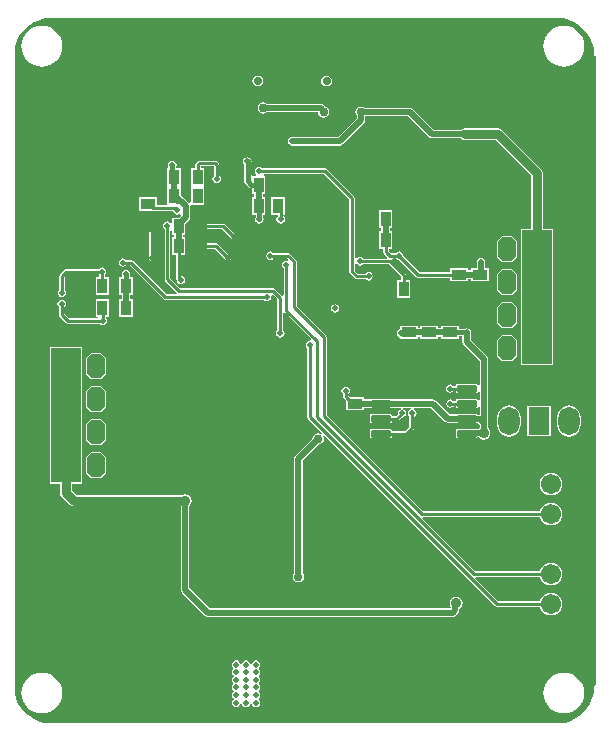
<source format=gbl>
G04*
G04 #@! TF.GenerationSoftware,Altium Limited,Altium Designer,19.0.15 (446)*
G04*
G04 Layer_Physical_Order=4*
G04 Layer_Color=16711680*
%FSLAX23Y23*%
%MOIN*%
G70*
G01*
G75*
%ADD17C,0.010*%
%ADD18C,0.020*%
%ADD28R,0.037X0.051*%
%ADD30R,0.051X0.037*%
%ADD95C,0.015*%
%ADD96C,0.030*%
%ADD97O,0.039X0.079*%
%ADD98C,0.028*%
%ADD99C,0.067*%
%ADD100O,0.071X0.094*%
%ADD101R,0.071X0.094*%
G04:AMPARAMS|DCode=102|XSize=80mil|YSize=60mil|CornerRadius=0mil|HoleSize=0mil|Usage=FLASHONLY|Rotation=90.000|XOffset=0mil|YOffset=0mil|HoleType=Round|Shape=Octagon|*
%AMOCTAGOND102*
4,1,8,0.015,0.040,-0.015,0.040,-0.030,0.025,-0.030,-0.025,-0.015,-0.040,0.015,-0.040,0.030,-0.025,0.030,0.025,0.015,0.040,0.0*
%
%ADD102OCTAGOND102*%

%ADD103C,0.020*%
%ADD104C,0.030*%
%ADD105C,0.035*%
G04:AMPARAMS|DCode=106|XSize=67mil|YSize=24mil|CornerRadius=3mil|HoleSize=0mil|Usage=FLASHONLY|Rotation=0.000|XOffset=0mil|YOffset=0mil|HoleType=Round|Shape=RoundedRectangle|*
%AMROUNDEDRECTD106*
21,1,0.067,0.018,0,0,0.0*
21,1,0.061,0.024,0,0,0.0*
1,1,0.006,0.030,-0.009*
1,1,0.006,-0.030,-0.009*
1,1,0.006,-0.030,0.009*
1,1,0.006,0.030,0.009*
%
%ADD106ROUNDEDRECTD106*%
G36*
X100Y2321D02*
X1790Y2321D01*
X1790Y2321D01*
X1795Y2320D01*
X1809Y2319D01*
X1827Y2315D01*
X1845Y2308D01*
X1861Y2298D01*
X1875Y2285D01*
X1888Y2271D01*
X1898Y2255D01*
X1905Y2237D01*
X1909Y2219D01*
X1910Y2205D01*
X1911Y2200D01*
X1912Y2196D01*
X1912Y2196D01*
X1914Y2194D01*
X1916Y2192D01*
X1916Y98D01*
X1914Y96D01*
X1912Y94D01*
X1912Y94D01*
X1911Y90D01*
X1910Y85D01*
X1909Y71D01*
X1905Y53D01*
X1898Y35D01*
X1888Y19D01*
X1875Y5D01*
X1861Y-8D01*
X1845Y-18D01*
X1827Y-25D01*
X1809Y-29D01*
X1790Y-31D01*
X1790Y-31D01*
X100D01*
X100Y-31D01*
X95Y-30D01*
X81Y-29D01*
X63Y-25D01*
X45Y-18D01*
X29Y-8D01*
X15Y5D01*
X2Y19D01*
X-8Y35D01*
X-15Y53D01*
X-19Y71D01*
X-20Y85D01*
X-21Y90D01*
X-21Y95D01*
X-21Y2200D01*
X-21Y2200D01*
X-20Y2205D01*
X-19Y2219D01*
X-15Y2237D01*
X-8Y2255D01*
X2Y2271D01*
X15Y2285D01*
X29Y2298D01*
X45Y2308D01*
X63Y2315D01*
X81Y2319D01*
X100Y2321D01*
X100Y2321D01*
D02*
G37*
%LPC*%
G36*
X1810Y2295D02*
X1797Y2293D01*
X1784Y2289D01*
X1772Y2283D01*
X1762Y2275D01*
X1753Y2264D01*
X1747Y2252D01*
X1743Y2240D01*
X1742Y2226D01*
X1743Y2213D01*
X1747Y2200D01*
X1753Y2188D01*
X1762Y2178D01*
X1772Y2169D01*
X1784Y2163D01*
X1797Y2159D01*
X1810Y2158D01*
X1823Y2159D01*
X1836Y2163D01*
X1848Y2169D01*
X1858Y2178D01*
X1867Y2188D01*
X1873Y2200D01*
X1877Y2213D01*
X1878Y2226D01*
X1877Y2240D01*
X1873Y2252D01*
X1867Y2264D01*
X1858Y2275D01*
X1848Y2283D01*
X1836Y2289D01*
X1823Y2293D01*
X1810Y2295D01*
D02*
G37*
G36*
X70D02*
X57Y2293D01*
X44Y2289D01*
X32Y2283D01*
X22Y2275D01*
X13Y2264D01*
X7Y2252D01*
X3Y2240D01*
X2Y2226D01*
X3Y2213D01*
X7Y2200D01*
X13Y2188D01*
X22Y2178D01*
X32Y2169D01*
X44Y2163D01*
X57Y2159D01*
X70Y2158D01*
X83Y2159D01*
X96Y2163D01*
X108Y2169D01*
X118Y2178D01*
X127Y2188D01*
X133Y2200D01*
X137Y2213D01*
X138Y2226D01*
X137Y2240D01*
X133Y2252D01*
X127Y2264D01*
X118Y2275D01*
X108Y2283D01*
X96Y2289D01*
X83Y2293D01*
X70Y2295D01*
D02*
G37*
G36*
X1019Y2128D02*
X1012Y2127D01*
X1006Y2123D01*
X1002Y2117D01*
X1001Y2110D01*
X1002Y2103D01*
X1006Y2097D01*
X1012Y2093D01*
X1019Y2092D01*
X1026Y2093D01*
X1032Y2097D01*
X1036Y2103D01*
X1037Y2110D01*
X1036Y2117D01*
X1032Y2123D01*
X1026Y2127D01*
X1019Y2128D01*
D02*
G37*
G36*
X790Y2128D02*
X783Y2127D01*
X777Y2123D01*
X773Y2117D01*
X772Y2110D01*
X773Y2103D01*
X777Y2097D01*
X783Y2093D01*
X790Y2092D01*
X797Y2093D01*
X803Y2097D01*
X807Y2103D01*
X808Y2110D01*
X807Y2117D01*
X803Y2123D01*
X797Y2127D01*
X790Y2128D01*
D02*
G37*
G36*
X808Y2039D02*
X801Y2038D01*
X794Y2034D01*
X790Y2027D01*
X789Y2020D01*
X790Y2013D01*
X794Y2006D01*
X801Y2002D01*
X808Y2001D01*
X815Y2002D01*
X821Y2006D01*
X990D01*
X991Y2000D01*
X995Y1993D01*
X1002Y1989D01*
X1009Y1988D01*
X1016Y1989D01*
X1023Y1993D01*
X1027Y2000D01*
X1028Y2007D01*
X1027Y2014D01*
X1023Y2021D01*
X1016Y2025D01*
X1014Y2025D01*
X1009Y2030D01*
X1004Y2033D01*
X999Y2034D01*
X999Y2034D01*
X821D01*
X815Y2038D01*
X808Y2039D01*
D02*
G37*
G36*
X647Y1845D02*
X595D01*
X592Y1844D01*
X589Y1842D01*
X583Y1837D01*
X581Y1834D01*
X580Y1830D01*
Y1819D01*
X567D01*
Y1761D01*
X567Y1760D01*
Y1756D01*
X567Y1755D01*
Y1706D01*
X562Y1703D01*
X562Y1703D01*
X560Y1705D01*
X560Y1705D01*
X545Y1721D01*
X540Y1724D01*
X539Y1724D01*
X537Y1726D01*
X533Y1729D01*
Y1756D01*
X533D01*
Y1760D01*
X533D01*
Y1819D01*
X520D01*
X518Y1824D01*
X518Y1825D01*
X519Y1830D01*
X518Y1836D01*
X515Y1840D01*
X510Y1843D01*
X505Y1844D01*
X500Y1843D01*
X495Y1840D01*
X492Y1836D01*
X491Y1830D01*
X492Y1825D01*
X492Y1824D01*
X490Y1819D01*
X488D01*
Y1760D01*
X488D01*
Y1756D01*
X488D01*
Y1697D01*
X483Y1696D01*
X455D01*
Y1723D01*
X395D01*
Y1678D01*
X438D01*
X439Y1678D01*
X508D01*
X508Y1677D01*
X509Y1674D01*
X512Y1669D01*
X517Y1666D01*
X522Y1665D01*
X527Y1666D01*
X529Y1667D01*
X534Y1665D01*
X534Y1662D01*
X534Y1661D01*
X528Y1655D01*
X503D01*
Y1640D01*
X499Y1638D01*
X498Y1638D01*
X493Y1641D01*
X488Y1642D01*
X483Y1641D01*
X478Y1638D01*
X475Y1633D01*
X474Y1628D01*
X475Y1623D01*
X478Y1618D01*
X479Y1617D01*
Y1450D01*
X480Y1447D01*
X482Y1444D01*
X521Y1405D01*
X521Y1404D01*
X520Y1399D01*
X486D01*
X373Y1511D01*
X371Y1513D01*
X367Y1514D01*
X351D01*
X350Y1515D01*
X345Y1518D01*
X340Y1519D01*
X335Y1518D01*
X330Y1515D01*
X327Y1510D01*
X326Y1505D01*
X327Y1500D01*
X330Y1495D01*
X335Y1492D01*
X340Y1491D01*
X345Y1492D01*
X350Y1495D01*
X351Y1496D01*
X363D01*
X476Y1384D01*
X478Y1382D01*
X482Y1381D01*
X809D01*
X810Y1380D01*
X815Y1377D01*
X820Y1376D01*
X825Y1377D01*
X830Y1380D01*
X833Y1385D01*
X834Y1390D01*
X833Y1394D01*
X836Y1398D01*
X837Y1399D01*
X839Y1400D01*
X855Y1384D01*
Y1279D01*
X852Y1274D01*
X851Y1269D01*
X852Y1264D01*
X855Y1259D01*
X860Y1256D01*
X865Y1255D01*
X870Y1256D01*
X875Y1259D01*
X878Y1264D01*
X879Y1269D01*
X878Y1274D01*
X875Y1279D01*
X873Y1280D01*
Y1337D01*
X878Y1339D01*
X879Y1339D01*
X968Y1249D01*
X965Y1245D01*
X965Y1245D01*
X959Y1244D01*
X954Y1241D01*
X951Y1236D01*
X950Y1230D01*
X951Y1225D01*
X954Y1220D01*
X955Y1220D01*
Y990D01*
X956Y986D01*
X958Y983D01*
X1005Y936D01*
X1002Y933D01*
X998Y935D01*
X991Y936D01*
X984Y935D01*
X977Y931D01*
X973Y924D01*
X972Y918D01*
X915Y861D01*
X912Y857D01*
X911Y851D01*
X911Y851D01*
Y471D01*
X907Y465D01*
X906Y458D01*
X907Y451D01*
X911Y444D01*
X918Y440D01*
X925Y439D01*
X933Y440D01*
X939Y444D01*
X943Y451D01*
X945Y458D01*
X943Y465D01*
X939Y471D01*
Y845D01*
X992Y898D01*
X998Y899D01*
X1005Y903D01*
X1009Y910D01*
X1010Y917D01*
X1009Y924D01*
X1007Y928D01*
X1010Y931D01*
X1581Y361D01*
X1584Y359D01*
X1587Y358D01*
X1730D01*
X1730Y357D01*
X1734Y348D01*
X1740Y340D01*
X1748Y334D01*
X1757Y331D01*
X1767Y329D01*
X1777Y331D01*
X1786Y334D01*
X1794Y340D01*
X1800Y348D01*
X1804Y357D01*
X1805Y367D01*
X1804Y377D01*
X1800Y386D01*
X1794Y394D01*
X1786Y400D01*
X1777Y403D01*
X1767Y405D01*
X1757Y403D01*
X1748Y400D01*
X1740Y394D01*
X1734Y386D01*
X1730Y377D01*
X1730Y376D01*
X1591D01*
X1515Y453D01*
X1517Y458D01*
X1730D01*
X1730Y457D01*
X1734Y448D01*
X1740Y440D01*
X1748Y434D01*
X1757Y431D01*
X1767Y429D01*
X1777Y431D01*
X1786Y434D01*
X1794Y440D01*
X1800Y448D01*
X1804Y457D01*
X1805Y467D01*
X1804Y477D01*
X1800Y486D01*
X1794Y494D01*
X1786Y500D01*
X1777Y503D01*
X1767Y505D01*
X1757Y503D01*
X1748Y500D01*
X1740Y494D01*
X1734Y486D01*
X1730Y477D01*
X1730Y476D01*
X1515D01*
X1338Y653D01*
X1340Y658D01*
X1730D01*
X1730Y657D01*
X1734Y648D01*
X1740Y640D01*
X1748Y634D01*
X1757Y631D01*
X1767Y629D01*
X1777Y631D01*
X1786Y634D01*
X1794Y640D01*
X1800Y648D01*
X1804Y657D01*
X1805Y667D01*
X1804Y677D01*
X1800Y686D01*
X1794Y694D01*
X1786Y700D01*
X1777Y703D01*
X1767Y705D01*
X1757Y703D01*
X1748Y700D01*
X1740Y694D01*
X1734Y686D01*
X1730Y677D01*
X1730Y676D01*
X1340D01*
X1019Y997D01*
Y1256D01*
X1018Y1260D01*
X1016Y1262D01*
X919Y1360D01*
Y1509D01*
X918Y1513D01*
X916Y1515D01*
X897Y1534D01*
X895Y1536D01*
X891Y1537D01*
X842D01*
X842Y1538D01*
X837Y1541D01*
X832Y1542D01*
X826Y1541D01*
X822Y1538D01*
X819Y1533D01*
X818Y1528D01*
X819Y1523D01*
X822Y1518D01*
X826Y1515D01*
X832Y1514D01*
X837Y1515D01*
X842Y1518D01*
X842Y1519D01*
X887D01*
X891Y1515D01*
X888Y1511D01*
X885Y1511D01*
X880Y1510D01*
X875Y1507D01*
X872Y1502D01*
X871Y1497D01*
X872Y1492D01*
X875Y1487D01*
X876Y1486D01*
Y1396D01*
X871Y1394D01*
X870Y1394D01*
X847Y1417D01*
X845Y1419D01*
X841Y1420D01*
X531D01*
X497Y1454D01*
Y1613D01*
X497Y1613D01*
X498Y1613D01*
X503Y1611D01*
Y1596D01*
X511D01*
Y1590D01*
X503D01*
Y1531D01*
X516D01*
Y1454D01*
X517Y1451D01*
X519Y1448D01*
X519Y1446D01*
X520Y1441D01*
X523Y1436D01*
X528Y1433D01*
X533Y1432D01*
X538Y1433D01*
X543Y1436D01*
X546Y1441D01*
X547Y1446D01*
X546Y1451D01*
X543Y1456D01*
X538Y1459D01*
X535Y1460D01*
Y1531D01*
X548D01*
Y1590D01*
X540D01*
Y1596D01*
X548D01*
Y1635D01*
X560Y1647D01*
X560Y1647D01*
X563Y1651D01*
X564Y1657D01*
Y1693D01*
X566Y1696D01*
X569Y1697D01*
X612D01*
Y1755D01*
X612Y1756D01*
Y1760D01*
X612Y1761D01*
Y1819D01*
X599D01*
Y1826D01*
X599Y1827D01*
X643D01*
X643Y1826D01*
Y1795D01*
X643Y1794D01*
X639Y1789D01*
X638Y1784D01*
X639Y1779D01*
X643Y1774D01*
X647Y1771D01*
X653Y1770D01*
X658Y1771D01*
X663Y1774D01*
X666Y1779D01*
X667Y1784D01*
X666Y1789D01*
X663Y1794D01*
X662Y1795D01*
Y1830D01*
X661Y1834D01*
X659Y1836D01*
X653Y1842D01*
X650Y1844D01*
X647Y1845D01*
D02*
G37*
G36*
X880Y1725D02*
X834D01*
Y1665D01*
X856D01*
Y1660D01*
X856Y1659D01*
X852Y1654D01*
X851Y1649D01*
X852Y1644D01*
X856Y1639D01*
X860Y1636D01*
X866Y1635D01*
X871Y1636D01*
X876Y1639D01*
X879Y1644D01*
X880Y1649D01*
X879Y1654D01*
X876Y1659D01*
X875Y1660D01*
Y1665D01*
X880D01*
Y1725D01*
D02*
G37*
G36*
X674Y1635D02*
X604D01*
X601Y1634D01*
X598Y1632D01*
X596Y1629D01*
X595Y1626D01*
X596Y1622D01*
X598Y1619D01*
X601Y1617D01*
X604Y1616D01*
X670D01*
X702Y1584D01*
X705Y1582D01*
X709Y1582D01*
X712Y1582D01*
X715Y1584D01*
X717Y1587D01*
X718Y1591D01*
X717Y1594D01*
X715Y1597D01*
X680Y1632D01*
X677Y1634D01*
X674Y1635D01*
D02*
G37*
G36*
X651Y1570D02*
X604D01*
X601Y1569D01*
X598Y1567D01*
X596Y1564D01*
X595Y1561D01*
X596Y1557D01*
X598Y1554D01*
X601Y1552D01*
X604Y1551D01*
X647D01*
X684Y1515D01*
X687Y1513D01*
X691Y1512D01*
X694Y1513D01*
X697Y1515D01*
X699Y1518D01*
X700Y1521D01*
X699Y1525D01*
X697Y1528D01*
X658Y1567D01*
X655Y1569D01*
X651Y1570D01*
D02*
G37*
G36*
X425Y1631D02*
X421Y1630D01*
X419Y1628D01*
X417Y1625D01*
X416Y1622D01*
X417Y1618D01*
X419Y1615D01*
X426Y1608D01*
Y1519D01*
X427Y1515D01*
X429Y1512D01*
X432Y1510D01*
X436Y1510D01*
X439Y1510D01*
X442Y1512D01*
X444Y1515D01*
X445Y1519D01*
Y1611D01*
X444Y1615D01*
X442Y1618D01*
X431Y1628D01*
X429Y1630D01*
X425Y1631D01*
D02*
G37*
G36*
X1637Y1594D02*
X1603D01*
X1586Y1577D01*
Y1523D01*
X1603Y1506D01*
X1637D01*
X1654Y1523D01*
Y1577D01*
X1637Y1594D01*
D02*
G37*
G36*
X755Y1856D02*
X750Y1855D01*
X745Y1852D01*
X742Y1847D01*
X741Y1842D01*
X742Y1837D01*
X744Y1833D01*
Y1777D01*
X745Y1773D01*
X748Y1769D01*
X760Y1757D01*
X764Y1754D01*
X768Y1753D01*
X770D01*
Y1735D01*
X778D01*
Y1725D01*
X770D01*
Y1665D01*
X783D01*
Y1657D01*
X782Y1654D01*
X781Y1649D01*
X782Y1644D01*
X785Y1639D01*
X790Y1636D01*
X795Y1635D01*
X800Y1636D01*
X805Y1639D01*
X808Y1644D01*
X809Y1649D01*
X808Y1654D01*
X807Y1657D01*
Y1665D01*
X815D01*
Y1725D01*
X807D01*
Y1735D01*
X815D01*
Y1795D01*
X811D01*
X809Y1800D01*
X809Y1801D01*
X1011D01*
X1095Y1717D01*
Y1474D01*
X1096Y1470D01*
X1098Y1468D01*
X1113Y1453D01*
X1115Y1451D01*
X1119Y1450D01*
X1148D01*
X1149Y1449D01*
X1154Y1446D01*
X1159Y1445D01*
X1164Y1446D01*
X1169Y1449D01*
X1172Y1454D01*
X1173Y1459D01*
X1172Y1464D01*
X1169Y1469D01*
X1164Y1472D01*
X1159Y1473D01*
X1154Y1472D01*
X1149Y1469D01*
X1148Y1468D01*
X1123D01*
X1113Y1478D01*
Y1499D01*
X1114Y1500D01*
X1121Y1499D01*
X1121Y1499D01*
X1126Y1496D01*
X1131Y1495D01*
X1136Y1496D01*
X1141Y1499D01*
X1142Y1500D01*
X1226D01*
X1266Y1460D01*
Y1448D01*
X1253D01*
Y1388D01*
X1298D01*
Y1448D01*
X1285D01*
Y1463D01*
X1284Y1467D01*
X1282Y1470D01*
X1238Y1514D01*
X1240Y1519D01*
X1250D01*
X1251Y1518D01*
X1256Y1515D01*
X1261Y1514D01*
X1262Y1514D01*
X1318Y1458D01*
X1321Y1456D01*
X1325Y1455D01*
X1431D01*
Y1442D01*
X1490D01*
Y1450D01*
X1501D01*
Y1442D01*
X1560D01*
Y1487D01*
X1548D01*
Y1507D01*
X1547Y1512D01*
X1544Y1517D01*
X1539Y1520D01*
X1534Y1521D01*
X1529Y1520D01*
X1524Y1517D01*
X1521Y1512D01*
X1520Y1507D01*
Y1487D01*
X1501D01*
Y1479D01*
X1490D01*
Y1487D01*
X1431D01*
Y1474D01*
X1329D01*
X1275Y1527D01*
X1275Y1528D01*
X1274Y1533D01*
X1271Y1538D01*
X1267Y1541D01*
X1261Y1542D01*
X1256Y1541D01*
X1251Y1538D01*
X1251Y1537D01*
X1234D01*
X1227Y1544D01*
Y1550D01*
X1238D01*
Y1610D01*
X1230D01*
Y1620D01*
X1238D01*
Y1680D01*
X1193D01*
Y1620D01*
X1201D01*
Y1610D01*
X1193D01*
Y1550D01*
X1208D01*
Y1540D01*
X1209Y1537D01*
X1211Y1534D01*
X1222Y1523D01*
X1220Y1518D01*
X1142D01*
X1141Y1519D01*
X1136Y1522D01*
X1131Y1523D01*
X1126Y1522D01*
X1121Y1519D01*
X1121Y1519D01*
X1114Y1518D01*
X1113Y1519D01*
Y1721D01*
X1112Y1725D01*
X1110Y1727D01*
X1021Y1816D01*
X1019Y1818D01*
X1015Y1819D01*
X806D01*
X805Y1820D01*
X800Y1823D01*
X795Y1824D01*
X790Y1823D01*
X785Y1820D01*
X782Y1815D01*
X781Y1810D01*
X782Y1805D01*
X785Y1800D01*
X785Y1800D01*
X784Y1795D01*
X770D01*
X768Y1799D01*
Y1836D01*
X768Y1837D01*
X769Y1842D01*
X768Y1847D01*
X765Y1852D01*
X760Y1855D01*
X755Y1856D01*
D02*
G37*
G36*
X271Y1489D02*
X266Y1488D01*
X261Y1485D01*
X260Y1484D01*
X151D01*
X147Y1483D01*
X145Y1481D01*
X131Y1467D01*
X129Y1465D01*
X128Y1461D01*
Y1415D01*
X127Y1414D01*
X124Y1409D01*
X123Y1404D01*
X124Y1399D01*
X127Y1394D01*
X132Y1391D01*
X137Y1390D01*
X142Y1391D01*
X147Y1394D01*
X150Y1399D01*
X151Y1404D01*
X150Y1409D01*
X147Y1414D01*
X146Y1415D01*
Y1457D01*
X155Y1466D01*
X260D01*
X261Y1465D01*
X262Y1464D01*
Y1456D01*
X249D01*
Y1396D01*
X294D01*
Y1456D01*
X280D01*
Y1464D01*
X281Y1465D01*
X284Y1470D01*
X285Y1475D01*
X284Y1480D01*
X281Y1485D01*
X276Y1488D01*
X271Y1489D01*
D02*
G37*
G36*
X1637Y1484D02*
X1603D01*
X1586Y1467D01*
Y1413D01*
X1603Y1396D01*
X1637D01*
X1654Y1413D01*
Y1467D01*
X1637Y1484D01*
D02*
G37*
G36*
X1048Y1366D02*
X1043Y1365D01*
X1038Y1362D01*
X1035Y1357D01*
X1034Y1352D01*
X1035Y1347D01*
X1038Y1342D01*
X1043Y1339D01*
X1048Y1338D01*
X1053Y1339D01*
X1058Y1342D01*
X1061Y1347D01*
X1062Y1352D01*
X1061Y1357D01*
X1058Y1362D01*
X1053Y1365D01*
X1048Y1366D01*
D02*
G37*
G36*
X351Y1481D02*
X346Y1480D01*
X341Y1477D01*
X338Y1472D01*
X337Y1467D01*
X338Y1462D01*
X338Y1461D01*
X337Y1456D01*
X328D01*
Y1396D01*
X336D01*
Y1385D01*
X328D01*
Y1325D01*
X373D01*
Y1385D01*
X365D01*
Y1396D01*
X373D01*
Y1456D01*
X366D01*
X364Y1461D01*
X364Y1462D01*
X365Y1467D01*
X364Y1472D01*
X361Y1477D01*
X356Y1480D01*
X351Y1481D01*
D02*
G37*
G36*
X294Y1385D02*
X249D01*
Y1325D01*
X256D01*
X257Y1324D01*
X259Y1320D01*
X258Y1319D01*
X160D01*
X145Y1334D01*
Y1356D01*
X146Y1357D01*
X149Y1362D01*
X150Y1367D01*
X149Y1372D01*
X146Y1377D01*
X141Y1380D01*
X136Y1381D01*
X131Y1380D01*
X126Y1377D01*
X123Y1372D01*
X122Y1367D01*
X123Y1362D01*
X126Y1357D01*
X127Y1356D01*
Y1330D01*
X128Y1326D01*
X130Y1324D01*
X150Y1304D01*
X152Y1302D01*
X156Y1301D01*
X263D01*
X268Y1298D01*
X273Y1297D01*
X278Y1298D01*
X283Y1301D01*
X286Y1306D01*
X287Y1311D01*
X286Y1316D01*
X284Y1320D01*
X284Y1323D01*
X286Y1325D01*
X294D01*
Y1385D01*
D02*
G37*
G36*
X1459Y1294D02*
X1399D01*
Y1286D01*
X1389D01*
Y1294D01*
X1329D01*
Y1286D01*
X1324D01*
Y1294D01*
X1264D01*
Y1283D01*
X1262Y1282D01*
X1257Y1279D01*
X1254Y1274D01*
X1253Y1269D01*
X1254Y1264D01*
X1257Y1259D01*
X1262Y1256D01*
X1264Y1255D01*
Y1249D01*
X1324D01*
Y1257D01*
X1329D01*
Y1249D01*
X1389D01*
Y1257D01*
X1399D01*
Y1249D01*
X1459D01*
Y1260D01*
X1472D01*
Y1239D01*
X1472Y1239D01*
X1473Y1234D01*
X1476Y1229D01*
X1529Y1176D01*
Y1096D01*
X1524Y1095D01*
X1523Y1097D01*
X1522Y1099D01*
X1520Y1101D01*
X1517Y1101D01*
X1456D01*
X1454Y1101D01*
X1451Y1099D01*
X1450Y1097D01*
X1449Y1094D01*
X1442D01*
X1441Y1095D01*
X1436Y1098D01*
X1431Y1099D01*
X1426Y1098D01*
X1421Y1095D01*
X1418Y1090D01*
X1417Y1085D01*
X1418Y1080D01*
X1421Y1075D01*
X1426Y1072D01*
X1431Y1071D01*
X1436Y1072D01*
X1441Y1075D01*
X1442Y1076D01*
X1449D01*
X1450Y1073D01*
X1451Y1071D01*
X1454Y1069D01*
X1456Y1069D01*
X1517D01*
X1520Y1069D01*
X1522Y1071D01*
X1523Y1073D01*
X1524Y1075D01*
X1529Y1074D01*
Y1046D01*
X1524Y1045D01*
X1523Y1047D01*
X1522Y1049D01*
X1520Y1051D01*
X1517Y1051D01*
X1456D01*
X1454Y1051D01*
X1451Y1049D01*
X1450Y1047D01*
X1449Y1044D01*
X1443D01*
X1442Y1045D01*
X1437Y1048D01*
X1432Y1049D01*
X1427Y1048D01*
X1422Y1045D01*
X1419Y1040D01*
X1418Y1035D01*
X1419Y1030D01*
X1422Y1025D01*
X1427Y1022D01*
X1432Y1021D01*
X1437Y1022D01*
X1442Y1025D01*
X1443Y1026D01*
X1449D01*
X1450Y1023D01*
X1451Y1021D01*
X1454Y1019D01*
X1456Y1019D01*
X1517D01*
X1520Y1019D01*
X1522Y1021D01*
X1523Y1023D01*
X1524Y1025D01*
X1529Y1024D01*
Y997D01*
X1523D01*
X1522Y999D01*
X1520Y1001D01*
X1517Y1001D01*
X1456D01*
X1454Y1001D01*
X1452Y999D01*
X1429D01*
X1383Y1045D01*
X1378Y1048D01*
X1373Y1049D01*
X1373Y1049D01*
X1235D01*
X1233Y1051D01*
X1230Y1051D01*
X1170D01*
X1167Y1051D01*
X1165Y1049D01*
X1165Y1049D01*
X1143D01*
Y1057D01*
X1097D01*
X1092Y1062D01*
X1092Y1067D01*
X1093Y1067D01*
X1096Y1072D01*
X1097Y1077D01*
X1096Y1082D01*
X1093Y1087D01*
X1088Y1090D01*
X1083Y1091D01*
X1077Y1090D01*
X1073Y1087D01*
X1069Y1082D01*
X1068Y1077D01*
X1069Y1072D01*
X1073Y1067D01*
X1073Y1066D01*
Y1058D01*
X1074Y1055D01*
X1076Y1052D01*
X1084Y1044D01*
Y1012D01*
X1143D01*
Y1020D01*
X1165D01*
X1167Y1019D01*
X1170Y1019D01*
X1230D01*
X1233Y1019D01*
X1235Y1021D01*
X1267D01*
X1267Y1016D01*
X1265Y1015D01*
X1260Y1012D01*
X1257Y1007D01*
X1256Y1002D01*
X1256Y1001D01*
X1249Y994D01*
X1237D01*
X1237Y997D01*
X1235Y999D01*
X1233Y1001D01*
X1230Y1001D01*
X1170D01*
X1167Y1001D01*
X1165Y999D01*
X1163Y997D01*
X1163Y994D01*
Y976D01*
X1163Y973D01*
X1165Y971D01*
X1167Y969D01*
X1170Y969D01*
X1230D01*
X1233Y969D01*
X1235Y971D01*
X1237Y973D01*
X1237Y976D01*
X1253D01*
X1257Y977D01*
X1259Y979D01*
X1269Y988D01*
X1270Y988D01*
X1275Y989D01*
X1280Y992D01*
X1283Y997D01*
X1284Y1002D01*
X1283Y1007D01*
X1280Y1012D01*
X1275Y1015D01*
X1273Y1016D01*
X1273Y1021D01*
X1298D01*
X1299Y1019D01*
X1299Y1016D01*
X1295Y1013D01*
X1292Y1008D01*
X1291Y1003D01*
X1292Y998D01*
X1294Y994D01*
Y958D01*
X1280Y944D01*
X1237D01*
X1237Y947D01*
X1235Y949D01*
X1233Y951D01*
X1230Y951D01*
X1170D01*
X1167Y951D01*
X1165Y949D01*
X1163Y947D01*
X1163Y944D01*
Y926D01*
X1163Y923D01*
X1165Y921D01*
X1167Y919D01*
X1170Y919D01*
X1230D01*
X1233Y919D01*
X1235Y921D01*
X1237Y923D01*
X1237Y926D01*
X1284D01*
X1288Y927D01*
X1290Y929D01*
X1310Y948D01*
X1312Y951D01*
X1312Y954D01*
Y991D01*
X1315Y993D01*
X1318Y998D01*
X1319Y1003D01*
X1318Y1008D01*
X1315Y1013D01*
X1311Y1016D01*
X1311Y1019D01*
X1312Y1021D01*
X1367D01*
X1413Y975D01*
X1413Y975D01*
X1418Y972D01*
X1423Y971D01*
X1423Y971D01*
X1452D01*
X1454Y969D01*
X1456Y969D01*
X1488D01*
X1489Y969D01*
X1489Y969D01*
X1525D01*
X1529Y965D01*
Y953D01*
X1527Y953D01*
X1526Y950D01*
X1520D01*
X1520Y951D01*
X1517Y951D01*
X1456D01*
X1454Y951D01*
X1451Y949D01*
X1450Y947D01*
X1449Y944D01*
Y926D01*
X1450Y923D01*
X1451Y921D01*
X1454Y919D01*
X1456Y919D01*
X1517D01*
X1520Y919D01*
X1522Y921D01*
X1522Y922D01*
X1527D01*
X1527Y921D01*
X1535Y917D01*
X1543Y915D01*
X1551Y917D01*
X1559Y921D01*
X1563Y929D01*
X1565Y937D01*
X1563Y945D01*
X1559Y953D01*
X1557Y953D01*
Y971D01*
Y1182D01*
X1557Y1182D01*
X1556Y1187D01*
X1553Y1192D01*
X1553Y1192D01*
X1500Y1245D01*
Y1272D01*
X1499Y1277D01*
X1496Y1282D01*
X1491Y1285D01*
X1486Y1286D01*
X1481Y1285D01*
X1478Y1283D01*
X1459D01*
Y1294D01*
D02*
G37*
G36*
X1637Y1374D02*
X1603D01*
X1586Y1357D01*
Y1303D01*
X1603Y1286D01*
X1637D01*
X1654Y1303D01*
Y1357D01*
X1637Y1374D01*
D02*
G37*
G36*
Y1264D02*
X1603D01*
X1586Y1247D01*
Y1193D01*
X1603Y1176D01*
X1637D01*
X1654Y1193D01*
Y1247D01*
X1637Y1264D01*
D02*
G37*
G36*
X1134Y2025D02*
X1127Y2024D01*
X1120Y2020D01*
X1116Y2013D01*
X1115Y2006D01*
X1116Y1999D01*
X1120Y1993D01*
Y1986D01*
X1057Y1923D01*
X905D01*
X900Y1922D01*
X895Y1919D01*
X892Y1914D01*
X891Y1909D01*
X892Y1904D01*
X895Y1899D01*
X900Y1896D01*
X905Y1895D01*
X1063D01*
X1063Y1895D01*
X1068Y1896D01*
X1073Y1899D01*
X1144Y1970D01*
X1144Y1970D01*
X1147Y1975D01*
X1148Y1980D01*
X1148Y1980D01*
Y1992D01*
X1290D01*
X1359Y1923D01*
X1359Y1923D01*
X1364Y1920D01*
X1369Y1919D01*
X1369Y1919D01*
X1466D01*
X1472Y1915D01*
X1479Y1914D01*
X1583D01*
X1701Y1796D01*
Y1618D01*
X1671D01*
X1668Y1617D01*
X1667Y1614D01*
Y1612D01*
Y1166D01*
X1668Y1163D01*
X1671Y1162D01*
X1771D01*
X1774Y1163D01*
X1775Y1166D01*
Y1614D01*
X1774Y1617D01*
X1771Y1618D01*
X1739D01*
Y1804D01*
X1738Y1811D01*
X1734Y1818D01*
X1605Y1947D01*
X1598Y1951D01*
X1591Y1952D01*
X1479D01*
X1472Y1951D01*
X1466Y1947D01*
X1375D01*
X1306Y2016D01*
X1301Y2019D01*
X1296Y2020D01*
X1296Y2020D01*
X1147D01*
X1141Y2024D01*
X1134Y2025D01*
D02*
G37*
G36*
X267Y1204D02*
X233D01*
X216Y1187D01*
Y1133D01*
X233Y1116D01*
X267D01*
X284Y1133D01*
Y1187D01*
X267Y1204D01*
D02*
G37*
G36*
Y1094D02*
X233D01*
X216Y1077D01*
Y1023D01*
X233Y1006D01*
X267D01*
X284Y1023D01*
Y1077D01*
X267Y1094D01*
D02*
G37*
G36*
X1766Y1028D02*
X1688D01*
Y926D01*
X1766D01*
Y1028D01*
D02*
G37*
G36*
X1827Y1029D02*
X1817Y1027D01*
X1807Y1023D01*
X1799Y1017D01*
X1793Y1009D01*
X1789Y999D01*
X1787Y989D01*
Y965D01*
X1789Y955D01*
X1793Y945D01*
X1799Y937D01*
X1807Y931D01*
X1817Y927D01*
X1827Y925D01*
X1837Y927D01*
X1847Y931D01*
X1855Y937D01*
X1861Y945D01*
X1865Y955D01*
X1867Y965D01*
Y989D01*
X1865Y999D01*
X1861Y1009D01*
X1855Y1017D01*
X1847Y1023D01*
X1837Y1027D01*
X1827Y1029D01*
D02*
G37*
G36*
X1627D02*
X1617Y1027D01*
X1607Y1023D01*
X1599Y1017D01*
X1593Y1009D01*
X1589Y999D01*
X1587Y989D01*
Y965D01*
X1589Y955D01*
X1593Y945D01*
X1599Y937D01*
X1607Y931D01*
X1617Y927D01*
X1627Y925D01*
X1637Y927D01*
X1647Y931D01*
X1655Y937D01*
X1661Y945D01*
X1665Y955D01*
X1667Y965D01*
Y989D01*
X1665Y999D01*
X1661Y1009D01*
X1655Y1017D01*
X1647Y1023D01*
X1637Y1027D01*
X1627Y1029D01*
D02*
G37*
G36*
X267Y984D02*
X233D01*
X216Y967D01*
Y913D01*
X233Y896D01*
X267D01*
X284Y913D01*
Y967D01*
X267Y984D01*
D02*
G37*
G36*
Y874D02*
X233D01*
X216Y857D01*
Y803D01*
X233Y786D01*
X267D01*
X284Y803D01*
Y857D01*
X267Y874D01*
D02*
G37*
G36*
X1767Y805D02*
X1757Y803D01*
X1748Y800D01*
X1740Y794D01*
X1734Y786D01*
X1730Y777D01*
X1729Y767D01*
X1730Y757D01*
X1734Y748D01*
X1740Y740D01*
X1748Y734D01*
X1757Y730D01*
X1767Y729D01*
X1777Y730D01*
X1786Y734D01*
X1794Y740D01*
X1800Y748D01*
X1804Y757D01*
X1805Y767D01*
X1804Y777D01*
X1800Y786D01*
X1794Y794D01*
X1786Y800D01*
X1777Y803D01*
X1767Y805D01*
D02*
G37*
G36*
X200Y1224D02*
X100D01*
X97Y1223D01*
X96Y1220D01*
Y1218D01*
Y772D01*
X97Y769D01*
X100Y768D01*
X131D01*
Y738D01*
X132Y731D01*
X136Y724D01*
X163Y697D01*
X170Y693D01*
X177Y692D01*
X534D01*
Y415D01*
X534Y415D01*
X535Y410D01*
X538Y405D01*
X615Y328D01*
X615Y328D01*
X620Y325D01*
X625Y324D01*
X1439D01*
X1439Y324D01*
X1445Y325D01*
X1449Y328D01*
X1458Y337D01*
X1458Y337D01*
X1461Y341D01*
X1462Y347D01*
X1462Y347D01*
Y351D01*
X1467Y353D01*
X1471Y361D01*
X1473Y369D01*
X1471Y377D01*
X1467Y385D01*
X1459Y389D01*
X1451Y391D01*
X1443Y389D01*
X1435Y385D01*
X1431Y377D01*
X1429Y369D01*
X1431Y361D01*
X1433Y357D01*
X1431Y352D01*
X631D01*
X562Y421D01*
Y695D01*
X564Y695D01*
X568Y703D01*
X570Y711D01*
X568Y719D01*
X564Y727D01*
X556Y731D01*
X548Y733D01*
X540Y731D01*
X538Y730D01*
X185D01*
X169Y746D01*
Y768D01*
X200D01*
X203Y769D01*
X204Y772D01*
Y1220D01*
X203Y1223D01*
X200Y1224D01*
D02*
G37*
G36*
X718Y180D02*
X713Y179D01*
X708Y175D01*
X705Y171D01*
X704Y165D01*
X705Y160D01*
X708Y155D01*
Y150D01*
X705Y146D01*
X704Y140D01*
X705Y135D01*
X708Y130D01*
X709Y129D01*
Y126D01*
X708Y124D01*
X705Y120D01*
X704Y114D01*
X705Y109D01*
X708Y104D01*
Y99D01*
X705Y95D01*
X704Y89D01*
X705Y84D01*
X708Y79D01*
X709Y78D01*
Y75D01*
X708Y73D01*
X705Y69D01*
X704Y63D01*
X705Y58D01*
X708Y53D01*
X709Y53D01*
Y48D01*
X708Y47D01*
X705Y43D01*
X704Y37D01*
X705Y32D01*
X708Y27D01*
X713Y24D01*
X718Y23D01*
X724Y24D01*
X728Y27D01*
X731Y32D01*
X732Y34D01*
X732Y35D01*
X737D01*
X737Y34D01*
X738Y31D01*
X741Y27D01*
X745Y24D01*
X751Y23D01*
X756Y24D01*
X761Y27D01*
X764Y31D01*
X765Y34D01*
X765Y35D01*
X770D01*
X770Y34D01*
X771Y31D01*
X774Y27D01*
X778Y24D01*
X784Y23D01*
X789Y24D01*
X794Y27D01*
X797Y31D01*
X798Y37D01*
X797Y42D01*
X794Y47D01*
X793Y47D01*
Y52D01*
X794Y53D01*
X797Y58D01*
X798Y63D01*
X797Y69D01*
X794Y73D01*
X793Y74D01*
Y78D01*
X794Y79D01*
X797Y84D01*
X798Y89D01*
X797Y95D01*
X794Y99D01*
Y104D01*
X797Y109D01*
X798Y114D01*
X797Y120D01*
X794Y124D01*
X793Y125D01*
Y129D01*
X794Y130D01*
X797Y135D01*
X798Y140D01*
X797Y146D01*
X794Y150D01*
Y155D01*
X797Y160D01*
X798Y165D01*
X797Y171D01*
X794Y175D01*
X789Y178D01*
X784Y179D01*
X778Y178D01*
X774Y175D01*
X771Y171D01*
X770Y168D01*
X770Y167D01*
X765D01*
X765Y168D01*
X764Y171D01*
X761Y175D01*
X756Y178D01*
X751Y179D01*
X745Y178D01*
X741Y175D01*
X738Y171D01*
X737Y168D01*
X737Y167D01*
X732D01*
X732Y168D01*
X731Y171D01*
X728Y175D01*
X724Y179D01*
X718Y180D01*
D02*
G37*
G36*
X1810Y138D02*
X1797Y137D01*
X1784Y133D01*
X1772Y127D01*
X1762Y118D01*
X1753Y108D01*
X1747Y96D01*
X1743Y83D01*
X1742Y70D01*
X1743Y57D01*
X1747Y44D01*
X1753Y32D01*
X1762Y22D01*
X1772Y13D01*
X1784Y7D01*
X1797Y3D01*
X1810Y2D01*
X1823Y3D01*
X1836Y7D01*
X1848Y13D01*
X1858Y22D01*
X1867Y32D01*
X1873Y44D01*
X1877Y57D01*
X1878Y70D01*
X1877Y83D01*
X1873Y96D01*
X1867Y108D01*
X1858Y118D01*
X1848Y127D01*
X1836Y133D01*
X1823Y137D01*
X1810Y138D01*
D02*
G37*
G36*
X70D02*
X57Y137D01*
X44Y133D01*
X32Y127D01*
X22Y118D01*
X13Y108D01*
X7Y96D01*
X3Y83D01*
X2Y70D01*
X3Y57D01*
X7Y44D01*
X13Y32D01*
X22Y22D01*
X32Y13D01*
X44Y7D01*
X57Y3D01*
X70Y2D01*
X83Y3D01*
X96Y7D01*
X108Y13D01*
X118Y22D01*
X127Y32D01*
X133Y44D01*
X137Y57D01*
X138Y70D01*
X137Y83D01*
X133Y96D01*
X127Y108D01*
X118Y118D01*
X108Y127D01*
X96Y133D01*
X83Y137D01*
X70Y138D01*
D02*
G37*
%LPD*%
G36*
X1771Y1166D02*
X1671D01*
Y1612D01*
Y1614D01*
X1771D01*
Y1166D01*
D02*
G37*
G36*
X200Y772D02*
X100D01*
Y1218D01*
Y1220D01*
X200D01*
Y772D01*
D02*
G37*
D17*
X1083Y1058D02*
Y1077D01*
Y1058D02*
X1106Y1034D01*
X436Y1519D02*
Y1611D01*
X425Y1622D02*
X436Y1611D01*
X674Y1626D02*
X709Y1591D01*
X604Y1626D02*
X674D01*
X651Y1561D02*
X691Y1521D01*
X604Y1561D02*
X651D01*
X864Y1269D02*
Y1388D01*
X595Y1836D02*
X647D01*
X589Y1830D02*
X595Y1836D01*
X589Y1790D02*
Y1830D01*
X647Y1836D02*
X653Y1830D01*
Y1784D02*
Y1830D01*
X519Y1679D02*
X522D01*
X511Y1687D02*
X519Y1679D01*
X439Y1687D02*
X511D01*
X425Y1701D02*
X439Y1687D01*
X526Y1454D02*
Y1561D01*
X488Y1450D02*
X527Y1411D01*
X841D01*
X488Y1450D02*
Y1628D01*
X965Y990D02*
Y1230D01*
Y990D02*
X1587Y367D01*
X1106Y1034D02*
X1113D01*
X841Y1411D02*
X864Y1388D01*
X885Y1345D02*
Y1497D01*
Y1345D02*
X988Y1242D01*
X910Y1356D02*
Y1509D01*
Y1356D02*
X1010Y1256D01*
X891Y1528D02*
X910Y1509D01*
X1010Y993D02*
Y1256D01*
X988Y990D02*
Y1242D01*
Y990D02*
X1511Y467D01*
X1010Y993D02*
X1336Y667D01*
X482Y1390D02*
X820D01*
X367Y1505D02*
X482Y1390D01*
X795Y1810D02*
X1015D01*
X340Y1505D02*
X367D01*
X866Y1649D02*
Y1686D01*
X857Y1695D02*
X866Y1686D01*
X1104Y1474D02*
X1119Y1459D01*
X1159D01*
X1104Y1474D02*
Y1721D01*
X1015Y1810D02*
X1104Y1721D01*
X832Y1528D02*
X891D01*
X1336Y667D02*
X1767D01*
X1511Y467D02*
X1767D01*
X1587Y367D02*
X1767D01*
X1200Y935D02*
X1284D01*
X1276Y1418D02*
Y1463D01*
X1230Y1509D02*
X1276Y1463D01*
X1131Y1509D02*
X1230D01*
X1325Y1464D02*
X1461D01*
X1261Y1528D02*
X1325Y1464D01*
X1230Y1528D02*
X1261D01*
X1218Y1540D02*
X1230Y1528D01*
X1218Y1540D02*
Y1578D01*
X1216Y1580D02*
X1218Y1578D01*
X1261Y1528D02*
X1261Y1528D01*
X1253Y985D02*
X1270Y1002D01*
X1200Y985D02*
X1253D01*
X1303Y954D02*
Y1001D01*
X1284Y935D02*
X1303Y954D01*
Y1001D02*
X1305Y1003D01*
X1432Y1035D02*
X1487D01*
X1431Y1085D02*
X1487D01*
X526Y1561D02*
X526Y1561D01*
X156Y1310D02*
X272D01*
X273Y1311D01*
X136Y1330D02*
X156Y1310D01*
X136Y1330D02*
Y1367D01*
X137Y1461D02*
X151Y1475D01*
X271D01*
X137Y1404D02*
Y1461D01*
X273Y1311D02*
Y1354D01*
X271Y1427D02*
Y1475D01*
D18*
X519Y1711D02*
X535D01*
X550Y1695D01*
X511Y1719D02*
X519Y1711D01*
X511Y1719D02*
Y1726D01*
X550Y1657D02*
Y1695D01*
X526Y1633D02*
X550Y1657D01*
X526Y1626D02*
Y1633D01*
X1134Y1980D02*
Y2006D01*
X1063Y1909D02*
X1134Y1980D01*
X905Y1909D02*
X1063D01*
X793Y1695D02*
X795Y1693D01*
X350Y1361D02*
Y1426D01*
X925Y851D02*
X991Y917D01*
X925Y458D02*
Y851D01*
X1114Y1035D02*
X1200D01*
X1486Y1239D02*
Y1272D01*
Y1239D02*
X1543Y1182D01*
Y971D02*
Y1182D01*
X1216Y1580D02*
Y1650D01*
X1534Y1468D02*
Y1507D01*
X1531Y1464D02*
X1534Y1468D01*
X1373Y1035D02*
X1423Y985D01*
X1200Y1035D02*
X1373D01*
X1200Y1035D02*
X1200Y1035D01*
X1113Y1034D02*
X1114Y1035D01*
X1423Y985D02*
X1487D01*
X1542Y936D02*
X1543Y937D01*
X1488Y936D02*
X1542D01*
X1487Y935D02*
X1488Y936D01*
X1531Y983D02*
X1543Y971D01*
Y937D02*
Y971D01*
X1489Y983D02*
X1531D01*
X1487Y985D02*
X1489Y983D01*
X511Y1726D02*
Y1790D01*
X793Y1695D02*
Y1765D01*
X526Y1561D02*
Y1626D01*
X1461Y1464D02*
X1531D01*
X1359Y1272D02*
X1429D01*
X1294D02*
X1359D01*
X272Y1355D02*
X273Y1354D01*
X271Y1427D02*
X272Y1426D01*
X1439Y338D02*
X1448Y347D01*
Y366D01*
X1451Y369D01*
X625Y338D02*
X1439D01*
X548Y415D02*
X625Y338D01*
X548Y415D02*
Y711D01*
X808Y2020D02*
X999D01*
X1008Y2011D01*
X1134Y2006D02*
X1296D01*
X1369Y1933D01*
X1479D01*
D28*
X1276Y1418D02*
D03*
X1354Y1418D02*
D03*
X1294Y1580D02*
D03*
X1216Y1580D02*
D03*
X857Y1695D02*
D03*
X936Y1695D02*
D03*
X714Y1765D02*
D03*
X793Y1765D02*
D03*
X526Y1561D02*
D03*
X604Y1561D02*
D03*
X526Y1626D02*
D03*
X604Y1626D02*
D03*
X589Y1726D02*
D03*
X511D02*
D03*
X589Y1790D02*
D03*
X511D02*
D03*
X272Y1355D02*
D03*
X350D02*
D03*
X272Y1426D02*
D03*
X350D02*
D03*
X1294Y1650D02*
D03*
X1216Y1650D02*
D03*
X793Y1695D02*
D03*
X714Y1695D02*
D03*
D30*
X1113Y1034D02*
D03*
X1113Y956D02*
D03*
X1294Y1193D02*
D03*
X1294Y1272D02*
D03*
X1359Y1193D02*
D03*
X1359Y1272D02*
D03*
X1429Y1193D02*
D03*
X1429Y1272D02*
D03*
X1461Y1464D02*
D03*
X1461Y1386D02*
D03*
X1531Y1464D02*
D03*
X1531Y1386D02*
D03*
X425Y1701D02*
D03*
X425Y1622D02*
D03*
D95*
X756Y1777D02*
Y1842D01*
X350Y1426D02*
Y1467D01*
X505Y1795D02*
Y1830D01*
Y1795D02*
X511Y1790D01*
X768Y1765D02*
X793D01*
X756Y1777D02*
X768Y1765D01*
X795Y1650D02*
Y1693D01*
X1429Y1272D02*
X1485D01*
D96*
X1720Y1550D02*
Y1804D01*
X1591Y1933D02*
X1720Y1804D01*
X1479Y1933D02*
X1591D01*
X150Y738D02*
Y830D01*
Y738D02*
X177Y711D01*
X548D01*
D97*
X735Y2095D02*
D03*
X735Y2251D02*
D03*
X1075Y2251D02*
D03*
X1075Y2095D02*
D03*
D98*
X1019Y2110D02*
D03*
X790Y2110D02*
D03*
D99*
X1767Y467D02*
D03*
Y367D02*
D03*
Y567D02*
D03*
Y667D02*
D03*
Y767D02*
D03*
D100*
X1627Y977D02*
D03*
X1827D02*
D03*
D101*
X1727D02*
D03*
D102*
X1620Y1440D02*
D03*
X1720D02*
D03*
X1820D02*
D03*
X1620Y1550D02*
D03*
X1720D02*
D03*
X1820D02*
D03*
X1620Y1220D02*
D03*
X1720D02*
D03*
X1820D02*
D03*
X1620Y1330D02*
D03*
X1720D02*
D03*
X1820D02*
D03*
X250Y830D02*
D03*
X150D02*
D03*
X50D02*
D03*
X250Y940D02*
D03*
X150D02*
D03*
X50D02*
D03*
X250Y1050D02*
D03*
X150D02*
D03*
X50D02*
D03*
X250Y1160D02*
D03*
X150D02*
D03*
X50D02*
D03*
D103*
X1196Y2055D02*
D03*
X1127Y2062D02*
D03*
X703Y2027D02*
D03*
X1083Y1077D02*
D03*
X1062Y1112D02*
D03*
X1754Y2032D02*
D03*
X1756Y1765D02*
D03*
X3Y758D02*
D03*
X67Y1381D02*
D03*
X66Y1683D02*
D03*
X67Y1981D02*
D03*
X543Y2134D02*
D03*
X1694Y863D02*
D03*
X1213Y8D02*
D03*
X272Y24D02*
D03*
X1527Y1272D02*
D03*
X1496Y1362D02*
D03*
X1469Y1823D02*
D03*
X1337Y1851D02*
D03*
X1496Y1641D02*
D03*
X1383Y1670D02*
D03*
X746Y1990D02*
D03*
X662Y2063D02*
D03*
X943Y1933D02*
D03*
X1035Y1717D02*
D03*
X1159Y1661D02*
D03*
X1096Y1785D02*
D03*
X926Y1079D02*
D03*
X787Y1594D02*
D03*
X691Y1521D02*
D03*
X709Y1591D02*
D03*
X629Y1251D02*
D03*
X637Y1192D02*
D03*
X440Y1313D02*
D03*
X366Y1253D02*
D03*
X255Y1257D02*
D03*
X436Y1519D02*
D03*
X257Y1541D02*
D03*
X256Y1770D02*
D03*
X323Y1859D02*
D03*
X412Y1959D02*
D03*
X317Y2140D02*
D03*
X390Y2257D02*
D03*
X210Y2261D02*
D03*
X663Y2287D02*
D03*
X818Y2286D02*
D03*
X861D02*
D03*
X904D02*
D03*
X946D02*
D03*
X989D02*
D03*
X819Y2202D02*
D03*
X861D02*
D03*
X904D02*
D03*
X947D02*
D03*
X990D02*
D03*
Y2244D02*
D03*
X947D02*
D03*
X904D02*
D03*
X861D02*
D03*
X819D02*
D03*
X1149Y2291D02*
D03*
X1393Y2235D02*
D03*
X1308Y2061D02*
D03*
X1439Y1890D02*
D03*
X1573Y1822D02*
D03*
X1549Y2269D02*
D03*
X1664Y2232D02*
D03*
X1745Y2140D02*
D03*
X1888Y2082D02*
D03*
Y1978D02*
D03*
Y1884D02*
D03*
Y1789D02*
D03*
Y1681D02*
D03*
X1895Y1554D02*
D03*
Y1439D02*
D03*
X1896Y1327D02*
D03*
Y1212D02*
D03*
X1889Y1090D02*
D03*
X1815D02*
D03*
X386Y891D02*
D03*
Y1102D02*
D03*
Y997D02*
D03*
X1268Y1085D02*
D03*
X1484Y1168D02*
D03*
X1359Y1143D02*
D03*
X718Y883D02*
D03*
X937Y948D02*
D03*
X655Y795D02*
D03*
X77Y185D02*
D03*
X1170Y365D02*
D03*
Y458D02*
D03*
Y426D02*
D03*
Y395D02*
D03*
X1615Y404D02*
D03*
X1599Y751D02*
D03*
X1892Y777D02*
D03*
Y562D02*
D03*
X1578Y180D02*
D03*
X1866Y251D02*
D03*
X465Y602D02*
D03*
X537Y292D02*
D03*
X407Y435D02*
D03*
X357Y163D02*
D03*
X1369Y159D02*
D03*
X1483Y272D02*
D03*
X1232Y274D02*
D03*
X891Y575D02*
D03*
X892Y607D02*
D03*
X893Y637D02*
D03*
X951Y573D02*
D03*
X950Y606D02*
D03*
Y637D02*
D03*
X854Y576D02*
D03*
X853Y607D02*
D03*
X854Y639D02*
D03*
X625Y496D02*
D03*
X591D02*
D03*
X659D02*
D03*
X626Y526D02*
D03*
X592D02*
D03*
X660D02*
D03*
X626Y553D02*
D03*
X592D02*
D03*
X660D02*
D03*
X626Y579D02*
D03*
X592D02*
D03*
X660D02*
D03*
X626Y605D02*
D03*
X592D02*
D03*
X660D02*
D03*
X626Y633D02*
D03*
X592D02*
D03*
X660D02*
D03*
X726Y496D02*
D03*
X692D02*
D03*
X760D02*
D03*
X727Y526D02*
D03*
X693D02*
D03*
X761D02*
D03*
X727Y553D02*
D03*
X693D02*
D03*
X761D02*
D03*
X727Y579D02*
D03*
X693D02*
D03*
X761D02*
D03*
X727Y605D02*
D03*
X693D02*
D03*
X761D02*
D03*
X727Y633D02*
D03*
X693D02*
D03*
X761D02*
D03*
X1125Y395D02*
D03*
X700D02*
D03*
X718Y165D02*
D03*
X751Y165D02*
D03*
X784D02*
D03*
X718Y140D02*
D03*
X751Y140D02*
D03*
X784D02*
D03*
X718Y114D02*
D03*
X751Y114D02*
D03*
X784D02*
D03*
X718Y89D02*
D03*
X751Y89D02*
D03*
X784D02*
D03*
X718Y63D02*
D03*
X751Y63D02*
D03*
X784D02*
D03*
X718Y37D02*
D03*
X751Y37D02*
D03*
X784D02*
D03*
X958Y40D02*
D03*
X1026D02*
D03*
X992D02*
D03*
X958Y68D02*
D03*
X1026D02*
D03*
X992D02*
D03*
X958Y94D02*
D03*
X1026D02*
D03*
X992D02*
D03*
X958Y120D02*
D03*
X1026D02*
D03*
X992D02*
D03*
X958Y147D02*
D03*
X1026D02*
D03*
X992D02*
D03*
X959Y177D02*
D03*
X1027D02*
D03*
X993D02*
D03*
X527Y1716D02*
D03*
X505Y1830D02*
D03*
X522Y1679D02*
D03*
X533Y1446D02*
D03*
X755Y1842D02*
D03*
X1048Y1352D02*
D03*
X905Y1909D02*
D03*
X865Y1269D02*
D03*
X965Y1230D02*
D03*
X488Y1628D02*
D03*
X795Y1810D02*
D03*
X653Y1784D02*
D03*
X795Y1649D02*
D03*
X351Y1467D02*
D03*
X340Y1505D02*
D03*
X820Y1390D02*
D03*
X866Y1649D02*
D03*
X1159Y1459D02*
D03*
X885Y1497D02*
D03*
X832Y1528D02*
D03*
X1267Y1269D02*
D03*
X1486Y1272D02*
D03*
X1131Y1509D02*
D03*
X1534Y1507D02*
D03*
X1261Y1528D02*
D03*
X1270Y1002D02*
D03*
X1305Y1003D02*
D03*
X1432Y1035D02*
D03*
X1431Y1085D02*
D03*
X588Y1740D02*
D03*
X136Y1367D02*
D03*
X273Y1311D02*
D03*
X271Y1475D02*
D03*
X137Y1404D02*
D03*
D104*
X991Y917D02*
D03*
X925Y458D02*
D03*
X1479Y1933D02*
D03*
X1134Y2006D02*
D03*
X1009Y2007D02*
D03*
X808Y2020D02*
D03*
D105*
X1543Y937D02*
D03*
X1451Y369D02*
D03*
X548Y711D02*
D03*
D106*
X1200Y935D02*
D03*
Y985D02*
D03*
Y1035D02*
D03*
Y1085D02*
D03*
X1487D02*
D03*
Y1035D02*
D03*
Y985D02*
D03*
Y935D02*
D03*
M02*

</source>
